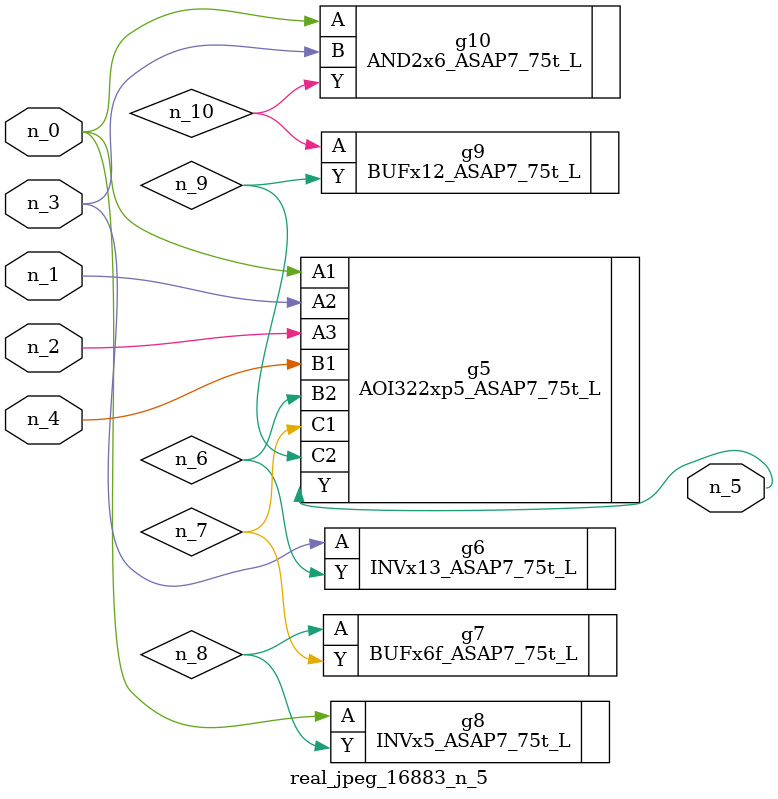
<source format=v>
module real_jpeg_16883_n_5 (n_4, n_0, n_1, n_2, n_3, n_5);

input n_4;
input n_0;
input n_1;
input n_2;
input n_3;

output n_5;

wire n_8;
wire n_6;
wire n_7;
wire n_10;
wire n_9;

AOI322xp5_ASAP7_75t_L g5 ( 
.A1(n_0),
.A2(n_1),
.A3(n_2),
.B1(n_4),
.B2(n_6),
.C1(n_7),
.C2(n_9),
.Y(n_5)
);

INVx5_ASAP7_75t_L g8 ( 
.A(n_0),
.Y(n_8)
);

AND2x6_ASAP7_75t_L g10 ( 
.A(n_0),
.B(n_3),
.Y(n_10)
);

INVx13_ASAP7_75t_L g6 ( 
.A(n_3),
.Y(n_6)
);

BUFx6f_ASAP7_75t_L g7 ( 
.A(n_8),
.Y(n_7)
);

BUFx12_ASAP7_75t_L g9 ( 
.A(n_10),
.Y(n_9)
);


endmodule
</source>
